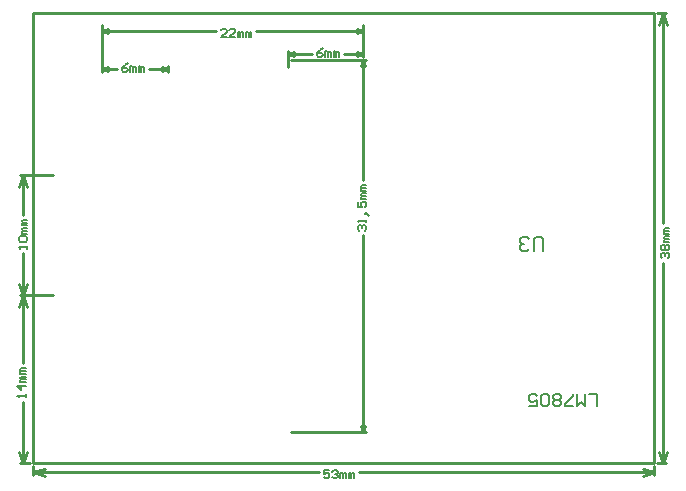
<source format=gbr>
%TF.GenerationSoftware,Altium Limited,Altium Designer,23.11.1 (41)*%
G04 Layer_Color=16711935*
%FSLAX45Y45*%
%MOMM*%
%TF.SameCoordinates,349A38C7-8BD6-4E23-B505-DA8FB3D968BF*%
%TF.FilePolarity,Positive*%
%TF.FileFunction,Other,Mechanical_1*%
%TF.Part,Single*%
G01*
G75*
%TA.AperFunction,NonConductor*%
%ADD31C,0.25400*%
%ADD32C,0.15000*%
%ADD33C,0.15240*%
D31*
X0Y-3797300D02*
X5257800D01*
X0Y12700D02*
X5257800D01*
Y-3797300D02*
Y12700D01*
X0Y-3797300D02*
Y12700D01*
X-88900Y-2374900D02*
X-55567Y-2474900D01*
X-122233D02*
X-88900Y-2374900D01*
X-122233Y-3697300D02*
X-88900Y-3797300D01*
X-55567Y-3697300D01*
X-88900Y-2950399D02*
Y-2374900D01*
Y-3797300D02*
Y-3276600D01*
X-114300Y-2374900D02*
X167800D01*
X-114300Y-3797300D02*
X-25400D01*
X-122233Y-2274900D02*
X-88900Y-2374900D01*
X-55567Y-2274900D01*
X-88900Y-1358900D02*
X-55567Y-1458900D01*
X-122233D02*
X-88900Y-1358900D01*
Y-2374900D02*
Y-2019300D01*
Y-1693099D02*
Y-1358900D01*
X-114300Y-2374900D02*
X167800D01*
X-114300Y-1358900D02*
X167800D01*
X0Y-3873500D02*
X100000Y-3840167D01*
X0Y-3873500D02*
X100000Y-3906833D01*
X5157800D02*
X5257800Y-3873500D01*
X5157800Y-3840167D02*
X5257800Y-3873500D01*
X0D02*
X2419328D01*
X2757192D02*
X5257800D01*
X0Y-3898900D02*
Y-3822700D01*
X5257800Y-3898900D02*
Y-3822700D01*
X5334000Y12700D02*
X5367333Y-87300D01*
X5300667D02*
X5334000Y12700D01*
X5300667Y-3697300D02*
X5334000Y-3797300D01*
X5367333Y-3697300D01*
X5334000Y-1764008D02*
Y12700D01*
Y-3797300D02*
Y-2101872D01*
X5283200Y12700D02*
X5359400D01*
X5283200Y-3797300D02*
X5359400D01*
X2777067Y-3479800D02*
X2794000Y-3530600D01*
X2810933Y-3479800D01*
X2794000Y-381000D02*
X2810933Y-431800D01*
X2777067D02*
X2794000Y-381000D01*
Y-3530600D02*
Y-1866900D01*
Y-1400744D02*
Y-381000D01*
X2181700Y-3530600D02*
X2819400D01*
X2181700Y-381000D02*
X2819400D01*
X584200Y-139700D02*
X635000Y-122767D01*
X584200Y-139700D02*
X635000Y-156633D01*
X2743200D02*
X2794000Y-139700D01*
X2743200Y-122767D02*
X2794000Y-139700D01*
X584200D02*
X1549400D01*
X1887264D02*
X2794000D01*
X584200Y-165100D02*
Y-88900D01*
X2794000Y-165100D02*
Y-88900D01*
X584200Y-455231D02*
X635000Y-438298D01*
X584200Y-455231D02*
X635000Y-472164D01*
X1088983D02*
X1139783Y-455231D01*
X1088983Y-438298D02*
X1139783Y-455231D01*
X584200D02*
X711200D01*
X979087D02*
X1139783D01*
X584200Y-480631D02*
Y-139700D01*
X1139783Y-480631D02*
Y-429831D01*
X2159000Y-330200D02*
X2209800Y-313267D01*
X2159000Y-330200D02*
X2209800Y-347133D01*
X2743200D02*
X2794000Y-330200D01*
X2743200Y-313267D02*
X2794000Y-330200D01*
X2159000D02*
X2362200D01*
X2630087D02*
X2794000D01*
X2159000Y-444500D02*
Y-304800D01*
X2794000Y-355600D02*
Y-139700D01*
D32*
X4318000Y-1999561D02*
Y-1899594D01*
X4298006Y-1879600D01*
X4258019D01*
X4238026Y-1899594D01*
Y-1999561D01*
X4198039Y-1979568D02*
X4178045Y-1999561D01*
X4138058D01*
X4118065Y-1979568D01*
Y-1959574D01*
X4138058Y-1939581D01*
X4158052D01*
X4138058D01*
X4118065Y-1919587D01*
Y-1899594D01*
X4138058Y-1879600D01*
X4178045D01*
X4198039Y-1899594D01*
D33*
X4775200Y-3314667D02*
Y-3213100D01*
X4707489D01*
X4673633D02*
Y-3314667D01*
X4639777Y-3280811D01*
X4605921Y-3314667D01*
Y-3213100D01*
X4572066Y-3314667D02*
X4504354D01*
Y-3297739D01*
X4572066Y-3230028D01*
Y-3213100D01*
X4470498Y-3297739D02*
X4453570Y-3314667D01*
X4419715D01*
X4402787Y-3297739D01*
Y-3280811D01*
X4419715Y-3263883D01*
X4402787Y-3246956D01*
Y-3230028D01*
X4419715Y-3213100D01*
X4453570D01*
X4470498Y-3230028D01*
Y-3246956D01*
X4453570Y-3263883D01*
X4470498Y-3280811D01*
Y-3297739D01*
X4453570Y-3263883D02*
X4419715D01*
X4368931Y-3297739D02*
X4352003Y-3314667D01*
X4318148D01*
X4301220Y-3297739D01*
Y-3230028D01*
X4318148Y-3213100D01*
X4352003D01*
X4368931Y-3230028D01*
Y-3297739D01*
X4199653Y-3314667D02*
X4267364D01*
Y-3263883D01*
X4233508Y-3280811D01*
X4216580D01*
X4199653Y-3263883D01*
Y-3230028D01*
X4216580Y-3213100D01*
X4250436D01*
X4267364Y-3230028D01*
X-66040Y-3235960D02*
Y-3212634D01*
Y-3224297D01*
X-136018D01*
X-124355Y-3235960D01*
X-66040Y-3142657D02*
X-136018D01*
X-101029Y-3177645D01*
Y-3130994D01*
X-66040Y-3107668D02*
X-112692D01*
Y-3096005D01*
X-101029Y-3084342D01*
X-66040D01*
X-101029D01*
X-112692Y-3072679D01*
X-101029Y-3061016D01*
X-66040D01*
Y-3037690D02*
X-112692D01*
Y-3026027D01*
X-101029Y-3014365D01*
X-66040D01*
X-101029D01*
X-112692Y-3002702D01*
X-101029Y-2991039D01*
X-66040D01*
X-53340Y-1978660D02*
Y-1955334D01*
Y-1966997D01*
X-123318D01*
X-111655Y-1978660D01*
Y-1920346D02*
X-123318Y-1908683D01*
Y-1885357D01*
X-111655Y-1873694D01*
X-65003D01*
X-53340Y-1885357D01*
Y-1908683D01*
X-65003Y-1920346D01*
X-111655D01*
X-53340Y-1850368D02*
X-99992D01*
Y-1838705D01*
X-88329Y-1827042D01*
X-53340D01*
X-88329D01*
X-99992Y-1815379D01*
X-88329Y-1803716D01*
X-53340D01*
Y-1780391D02*
X-99992D01*
Y-1768728D01*
X-88329Y-1757065D01*
X-53340D01*
X-88329D01*
X-99992Y-1745402D01*
X-88329Y-1733739D01*
X-53340D01*
X2506620Y-3853751D02*
X2459968D01*
Y-3888740D01*
X2483294Y-3877077D01*
X2494957D01*
X2506620Y-3888740D01*
Y-3912066D01*
X2494957Y-3923729D01*
X2471631D01*
X2459968Y-3912066D01*
X2529945Y-3865414D02*
X2541608Y-3853751D01*
X2564934D01*
X2576597Y-3865414D01*
Y-3877077D01*
X2564934Y-3888740D01*
X2553271D01*
X2564934D01*
X2576597Y-3900403D01*
Y-3912066D01*
X2564934Y-3923729D01*
X2541608D01*
X2529945Y-3912066D01*
X2599923Y-3923729D02*
Y-3877077D01*
X2611586D01*
X2623249Y-3888740D01*
Y-3923729D01*
Y-3888740D01*
X2634912Y-3877077D01*
X2646575Y-3888740D01*
Y-3923729D01*
X2669900D02*
Y-3877077D01*
X2681563D01*
X2693226Y-3888740D01*
Y-3923729D01*
Y-3888740D01*
X2704889Y-3877077D01*
X2716552Y-3888740D01*
Y-3923729D01*
X5325914Y-2061232D02*
X5314251Y-2049569D01*
Y-2026243D01*
X5325914Y-2014580D01*
X5337577D01*
X5349240Y-2026243D01*
Y-2037906D01*
Y-2026243D01*
X5360903Y-2014580D01*
X5372566D01*
X5384229Y-2026243D01*
Y-2049569D01*
X5372566Y-2061232D01*
X5325914Y-1991255D02*
X5314251Y-1979592D01*
Y-1956266D01*
X5325914Y-1944603D01*
X5337577D01*
X5349240Y-1956266D01*
X5360903Y-1944603D01*
X5372566D01*
X5384229Y-1956266D01*
Y-1979592D01*
X5372566Y-1991255D01*
X5360903D01*
X5349240Y-1979592D01*
X5337577Y-1991255D01*
X5325914D01*
X5349240Y-1979592D02*
Y-1956266D01*
X5384229Y-1921277D02*
X5337577D01*
Y-1909614D01*
X5349240Y-1897951D01*
X5384229D01*
X5349240D01*
X5337577Y-1886288D01*
X5349240Y-1874625D01*
X5384229D01*
Y-1851300D02*
X5337577D01*
Y-1839637D01*
X5349240Y-1827974D01*
X5384229D01*
X5349240D01*
X5337577Y-1816311D01*
X5349240Y-1804648D01*
X5384229D01*
X2758545Y-1826260D02*
X2746882Y-1814597D01*
Y-1791271D01*
X2758545Y-1779608D01*
X2770208D01*
X2781871Y-1791271D01*
Y-1802934D01*
Y-1791271D01*
X2793534Y-1779608D01*
X2805197D01*
X2816860Y-1791271D01*
Y-1814597D01*
X2805197Y-1826260D01*
X2816860Y-1756282D02*
Y-1732957D01*
Y-1744620D01*
X2746882D01*
X2758545Y-1756282D01*
X2828523Y-1686305D02*
X2816860Y-1674642D01*
X2805197D01*
Y-1686305D01*
X2816860D01*
Y-1674642D01*
X2828523Y-1686305D01*
X2840186Y-1697968D01*
X2746882Y-1581339D02*
Y-1627990D01*
X2781871D01*
X2770208Y-1604665D01*
Y-1593002D01*
X2781871Y-1581339D01*
X2805197D01*
X2816860Y-1593002D01*
Y-1616327D01*
X2805197Y-1627990D01*
X2816860Y-1558013D02*
X2770208D01*
Y-1546350D01*
X2781871Y-1534687D01*
X2816860D01*
X2781871D01*
X2770208Y-1523024D01*
X2781871Y-1511361D01*
X2816860D01*
Y-1488035D02*
X2770208D01*
Y-1476372D01*
X2781871Y-1464710D01*
X2816860D01*
X2781871D01*
X2770208Y-1453047D01*
X2781871Y-1441384D01*
X2816860D01*
X1636692Y-187960D02*
X1590040D01*
X1636692Y-141308D01*
Y-129645D01*
X1625029Y-117982D01*
X1601703D01*
X1590040Y-129645D01*
X1706669Y-187960D02*
X1660018D01*
X1706669Y-141308D01*
Y-129645D01*
X1695006Y-117982D01*
X1671680D01*
X1660018Y-129645D01*
X1729995Y-187960D02*
Y-141308D01*
X1741658D01*
X1753321Y-152971D01*
Y-187960D01*
Y-152971D01*
X1764984Y-141308D01*
X1776647Y-152971D01*
Y-187960D01*
X1799973D02*
Y-141308D01*
X1811635D01*
X1823298Y-152971D01*
Y-187960D01*
Y-152971D01*
X1834961Y-141308D01*
X1846624Y-152971D01*
Y-187960D01*
X798492Y-410082D02*
X775166Y-421745D01*
X751840Y-445071D01*
Y-468397D01*
X763503Y-480060D01*
X786829D01*
X798492Y-468397D01*
Y-456734D01*
X786829Y-445071D01*
X751840D01*
X821818Y-480060D02*
Y-433408D01*
X833480D01*
X845143Y-445071D01*
Y-480060D01*
Y-445071D01*
X856806Y-433408D01*
X868469Y-445071D01*
Y-480060D01*
X891795D02*
Y-433408D01*
X903458D01*
X915121Y-445071D01*
Y-480060D01*
Y-445071D01*
X926784Y-433408D01*
X938447Y-445071D01*
Y-480060D01*
X2449492Y-283082D02*
X2426166Y-294745D01*
X2402840Y-318071D01*
Y-341397D01*
X2414503Y-353060D01*
X2437829D01*
X2449492Y-341397D01*
Y-329734D01*
X2437829Y-318071D01*
X2402840D01*
X2472818Y-353060D02*
Y-306408D01*
X2484480D01*
X2496143Y-318071D01*
Y-353060D01*
Y-318071D01*
X2507806Y-306408D01*
X2519469Y-318071D01*
Y-353060D01*
X2542795D02*
Y-306408D01*
X2554458D01*
X2566121Y-318071D01*
Y-353060D01*
Y-318071D01*
X2577784Y-306408D01*
X2589447Y-318071D01*
Y-353060D01*
%TF.MD5,d03553d1074d15a314df22f4041ae5a5*%
M02*

</source>
